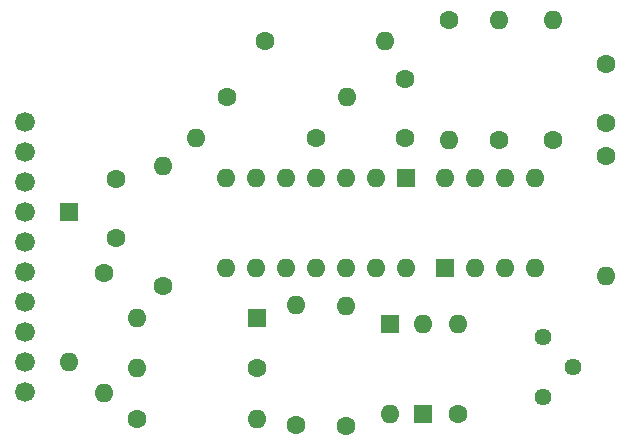
<source format=gts>
G04 #@! TF.GenerationSoftware,KiCad,Pcbnew,8.0.1-1.fc39*
G04 #@! TF.CreationDate,2024-04-14T17:27:16+03:00*
G04 #@! TF.ProjectId,Regulator_PCB_VerA_rev0.1,52656775-6c61-4746-9f72-5f5043425f56,0.1*
G04 #@! TF.SameCoordinates,Original*
G04 #@! TF.FileFunction,Soldermask,Top*
G04 #@! TF.FilePolarity,Negative*
%FSLAX46Y46*%
G04 Gerber Fmt 4.6, Leading zero omitted, Abs format (unit mm)*
G04 Created by KiCad (PCBNEW 8.0.1-1.fc39) date 2024-04-14 17:27:16*
%MOMM*%
%LPD*%
G01*
G04 APERTURE LIST*
%ADD10C,1.600000*%
%ADD11O,1.600000X1.600000*%
%ADD12R,1.600000X1.600000*%
%ADD13C,1.440000*%
%ADD14C,1.680000*%
G04 APERTURE END LIST*
D10*
X117000000Y-126000000D03*
D11*
X117000000Y-115840000D03*
D12*
X137580000Y-116900000D03*
D11*
X135040000Y-116900000D03*
X132500000Y-116900000D03*
X129960000Y-116900000D03*
X127420000Y-116900000D03*
X124880000Y-116900000D03*
X122340000Y-116900000D03*
X122340000Y-124520000D03*
X124880000Y-124520000D03*
X127420000Y-124520000D03*
X129960000Y-124520000D03*
X132500000Y-124520000D03*
X135040000Y-124520000D03*
X137580000Y-124520000D03*
D10*
X145500000Y-113700000D03*
D11*
X145500000Y-103540000D03*
D10*
X150000000Y-113700000D03*
D11*
X150000000Y-103540000D03*
D12*
X139000000Y-136870000D03*
D11*
X139000000Y-129250000D03*
D10*
X142000000Y-136870000D03*
D11*
X142000000Y-129250000D03*
D10*
X125000000Y-133000000D03*
D11*
X114840000Y-133000000D03*
D10*
X125670000Y-105250000D03*
D11*
X135830000Y-105250000D03*
D10*
X112000000Y-124920000D03*
D11*
X112000000Y-135080000D03*
D12*
X125000000Y-128750000D03*
D11*
X114840000Y-128750000D03*
D10*
X114820000Y-137300000D03*
D11*
X124980000Y-137300000D03*
D10*
X113000000Y-117000000D03*
X113000000Y-122000000D03*
D13*
X149160000Y-135440000D03*
X151700000Y-132900000D03*
X149160000Y-130360000D03*
D10*
X154500000Y-115000000D03*
D11*
X154500000Y-125160000D03*
D12*
X140880000Y-124500000D03*
D11*
X143420000Y-124500000D03*
X145960000Y-124500000D03*
X148500000Y-124500000D03*
X148500000Y-116880000D03*
X145960000Y-116880000D03*
X143420000Y-116880000D03*
X140880000Y-116880000D03*
D12*
X109100000Y-119750000D03*
D11*
X109100000Y-132450000D03*
D12*
X136250000Y-129250000D03*
D11*
X136250000Y-136870000D03*
D10*
X154500000Y-107250000D03*
X154500000Y-112250000D03*
D14*
X105330000Y-112140000D03*
X105330000Y-114680000D03*
X105330000Y-117220000D03*
X105330000Y-119760000D03*
X105330000Y-122300000D03*
X105330000Y-124840000D03*
X105330000Y-127380000D03*
X105330000Y-129920000D03*
X105330000Y-132460000D03*
X105330000Y-135000000D03*
D10*
X128300000Y-137800000D03*
D11*
X128300000Y-127640000D03*
D10*
X132500000Y-137880000D03*
D11*
X132500000Y-127720000D03*
D10*
X137500000Y-113500000D03*
X137500000Y-108500000D03*
X122400000Y-110000000D03*
D11*
X132560000Y-110000000D03*
D10*
X130000000Y-113500000D03*
D11*
X119840000Y-113500000D03*
D10*
X141250000Y-103500000D03*
D11*
X141250000Y-113660000D03*
M02*

</source>
